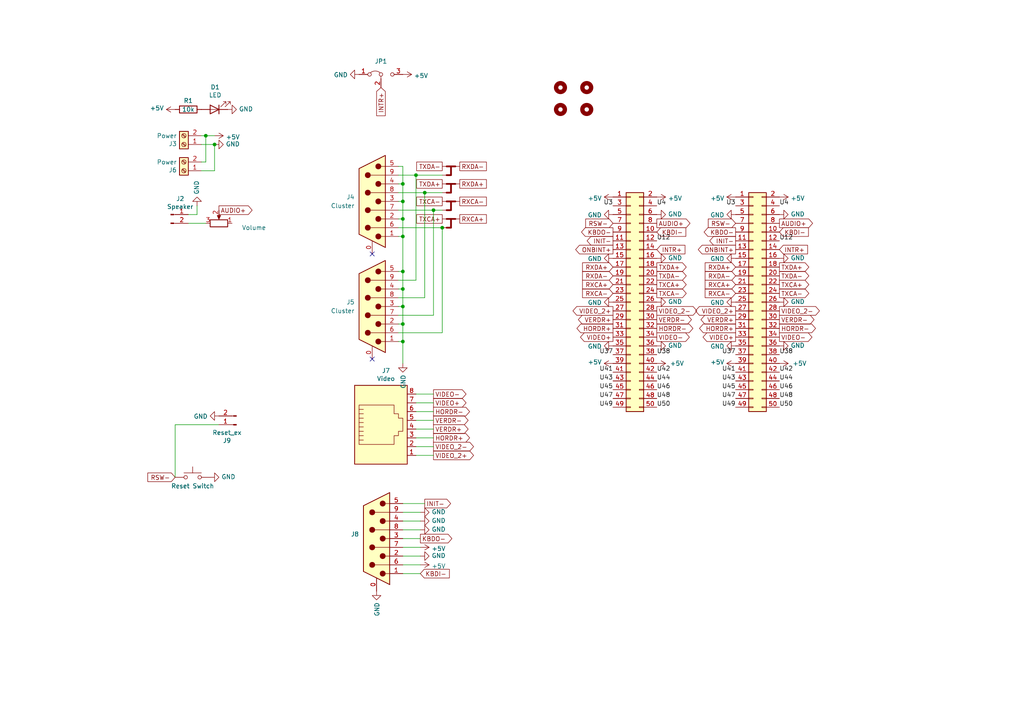
<source format=kicad_sch>
(kicad_sch (version 20231120) (generator "eeschema") (generator_version "8.0")
  (paper "A4")
  (lib_symbols
    (symbol "AWS_CPU_Interface_Board-rescue:+5V-power" (power) (pin_names (offset 0))
      (property "Value" "power_+5V" (at 0 3.556 0))
      (symbol "+5V-power_0_1"
        (polyline (pts (xy -0.762 1.27) (xy 0 2.54)))
        (polyline (pts (xy 0 0) (xy 0 2.54)))
        (polyline (pts (xy 0 2.54) (xy 0.762 1.27)))
      )
      (symbol "+5V-power_1_1"
        (pin power_in line (at 0 0 90) (length 0) hide (name "+5V") (number "1"))
      )
    )
    (symbol "AWS_CPU_Interface_Board-rescue:Conn_01x02_Male-Connector" (pin_names (offset 1.016) hide)
      (property "Reference" "J" (at 0 2.54 0))
      (property "Value" "Connector_Conn_01x02_Male" (at 0 -5.08 0))
      (symbol "Conn_01x02_Male-Connector_1_1"
        (polyline (pts (xy 1.27 -2.54) (xy 0.8636 -2.54)) (stroke (width 0.1524)))
        (polyline (pts (xy 1.27 0) (xy 0.8636 0)) (stroke (width 0.1524)))
        (rectangle (start 0.8636 -2.413) (end 0 -2.667) (stroke (width 0.1524)) (fill (type outline)))
        (rectangle (start 0.8636 0.127) (end 0 -0.127) (stroke (width 0.1524)) (fill (type outline)))
        (pin passive line (at 5.08 0 180) (length 3.81) (name "Pin_1") (number "1"))
        (pin passive line (at 5.08 -2.54 180) (length 3.81) (name "Pin_2") (number "2"))
      )
    )
    (symbol "AWS_CPU_Interface_Board-rescue:Conn_2Rows-50Pins-Connector_Generic_Custom" (pin_names (offset 1.016) hide)
      (property "Reference" "J" (at 1.27 33.02 0))
      (property "Value" "Conn_2Rows-50Pins-Connector_Generic_Custom" (at 1.27 -33.02 0))
      (symbol "Conn_2Rows-50Pins-Connector_Generic_Custom_1_1"
        (rectangle (start -1.27 -30.353) (end 0 -30.607) (stroke (width 0.1524)))
        (rectangle (start -1.27 -27.813) (end 0 -28.067) (stroke (width 0.1524)))
        (rectangle (start -1.27 -25.273) (end 0 -25.527) (stroke (width 0.1524)))
        (rectangle (start -1.27 -22.733) (end 0 -22.987) (stroke (width 0.1524)))
        (rectangle (start -1.27 -20.193) (end 0 -20.447) (stroke (width 0.1524)))
        (rectangle (start -1.27 -17.653) (end 0 -17.907) (stroke (width 0.1524)))
        (rectangle (start -1.27 -15.113) (end 0 -15.367) (stroke (width 0.1524)))
        (rectangle (start -1.27 -12.573) (end 0 -12.827) (stroke (width 0.1524)))
        (rectangle (start -1.27 -10.033) (end 0 -10.287) (stroke (width 0.1524)))
        (rectangle (start -1.27 -7.493) (end 0 -7.747) (stroke (width 0.1524)))
        (rectangle (start -1.27 -4.953) (end 0 -5.207) (stroke (width 0.1524)))
        (rectangle (start -1.27 -2.413) (end 0 -2.667) (stroke (width 0.1524)))
        (rectangle (start -1.27 0.127) (end 0 -0.127) (stroke (width 0.1524)))
        (rectangle (start -1.27 2.667) (end 0 2.413) (stroke (width 0.1524)))
        (rectangle (start -1.27 5.207) (end 0 4.953) (stroke (width 0.1524)))
        (rectangle (start -1.27 7.747) (end 0 7.493) (stroke (width 0.1524)))
        (rectangle (start -1.27 10.287) (end 0 10.033) (stroke (width 0.1524)))
        (rectangle (start -1.27 12.827) (end 0 12.573) (stroke (width 0.1524)))
        (rectangle (start -1.27 15.367) (end 0 15.113) (stroke (width 0.1524)))
        (rectangle (start -1.27 17.907) (end 0 17.653) (stroke (width 0.1524)))
        (rectangle (start -1.27 20.447) (end 0 20.193) (stroke (width 0.1524)))
        (rectangle (start -1.27 22.987) (end 0 22.733) (stroke (width 0.1524)))
        (rectangle (start -1.27 25.527) (end 0 25.273) (stroke (width 0.1524)))
        (rectangle (start -1.27 28.067) (end 0 27.813) (stroke (width 0.1524)))
        (rectangle (start -1.27 30.607) (end 0 30.353) (stroke (width 0.1524)))
        (rectangle (start -1.27 31.75) (end 3.81 -31.75) (stroke (width 0.254)) (fill (type background)))
        (rectangle (start 3.81 -30.353) (end 2.54 -30.607) (stroke (width 0.1524)))
        (rectangle (start 3.81 -27.813) (end 2.54 -28.067) (stroke (width 0.1524)))
        (rectangle (start 3.81 -25.273) (end 2.54 -25.527) (stroke (width 0.1524)))
        (rectangle (start 3.81 -22.733) (end 2.54 -22.987) (stroke (width 0.1524)))
        (rectangle (start 3.81 -20.193) (end 2.54 -20.447) (stroke (width 0.1524)))
        (rectangle (start 3.81 -17.653) (end 2.54 -17.907) (stroke (width 0.1524)))
        (rectangle (start 3.81 -15.113) (end 2.54 -15.367) (stroke (width 0.1524)))
        (rectangle (start 3.81 -12.573) (end 2.54 -12.827) (stroke (width 0.1524)))
        (rectangle (start 3.81 -10.033) (end 2.54 -10.287) (stroke (width 0.1524)))
        (rectangle (start 3.81 -7.493) (end 2.54 -7.747) (stroke (width 0.1524)))
        (rectangle (start 3.81 -4.953) (end 2.54 -5.207) (stroke (width 0.1524)))
        (rectangle (start 3.81 -2.413) (end 2.54 -2.667) (stroke (width 0.1524)))
        (rectangle (start 3.81 0.127) (end 2.54 -0.127) (stroke (width 0.1524)))
        (rectangle (start 3.81 2.667) (end 2.54 2.413) (stroke (width 0.1524)))
        (rectangle (start 3.81 5.207) (end 2.54 4.953) (stroke (width 0.1524)))
        (rectangle (start 3.81 7.747) (end 2.54 7.493) (stroke (width 0.1524)))
        (rectangle (start 3.81 10.287) (end 2.54 10.033) (stroke (width 0.1524)))
        (rectangle (start 3.81 12.827) (end 2.54 12.573) (stroke (width 0.1524)))
        (rectangle (start 3.81 15.367) (end 2.54 15.113) (stroke (width 0.1524)))
        (rectangle (start 3.81 17.907) (end 2.54 17.653) (stroke (width 0.1524)))
        (rectangle (start 3.81 20.447) (end 2.54 20.193) (stroke (width 0.1524)))
        (rectangle (start 3.81 22.987) (end 2.54 22.733) (stroke (width 0.1524)))
        (rectangle (start 3.81 25.527) (end 2.54 25.273) (stroke (width 0.1524)))
        (rectangle (start 3.81 28.067) (end 2.54 27.813) (stroke (width 0.1524)))
        (rectangle (start 3.81 30.607) (end 2.54 30.353) (stroke (width 0.1524)))
        (pin passive line (at -5.08 30.48 0) (length 3.81) (name "Pin_1") (number "1"))
        (pin passive line (at 7.62 20.32 180) (length 3.81) (name "Pin_10") (number "10"))
        (pin passive line (at -5.08 17.78 0) (length 3.81) (name "Pin_11") (number "11"))
        (pin passive line (at 7.62 17.78 180) (length 3.81) (name "Pin_12") (number "12"))
        (pin passive line (at -5.08 15.24 0) (length 3.81) (name "Pin_13") (number "13"))
        (pin passive line (at 7.62 15.24 180) (length 3.81) (name "Pin_14") (number "14"))
        (pin passive line (at -5.08 12.7 0) (length 3.81) (name "Pin_15") (number "15"))
        (pin passive line (at 7.62 12.7 180) (length 3.81) (name "Pin_16") (number "16"))
        (pin passive line (at -5.08 10.16 0) (length 3.81) (name "Pin_17") (number "17"))
        (pin passive line (at 7.62 10.16 180) (length 3.81) (name "Pin_18") (number "18"))
        (pin passive line (at -5.08 7.62 0) (length 3.81) (name "Pin_19") (number "19"))
        (pin passive line (at 7.62 30.48 180) (length 3.81) (name "Pin_2") (number "2"))
        (pin passive line (at 7.62 7.62 180) (length 3.81) (name "Pin_20") (number "20"))
        (pin passive line (at -5.08 5.08 0) (length 3.81) (name "Pin_21") (number "21"))
        (pin passive line (at 7.62 5.08 180) (length 3.81) (name "Pin_22") (number "22"))
        (pin passive line (at -5.08 2.54 0) (length 3.81) (name "Pin_23") (number "23"))
        (pin passive line (at 7.62 2.54 180) (length 3.81) (name "Pin_24") (number "24"))
        (pin passive line (at -5.08 0 0) (length 3.81) (name "Pin_25") (number "25"))
        (pin passive line (at 7.62 0 180) (length 3.81) (name "Pin_26") (number "26"))
        (pin passive line (at -5.08 -2.54 0) (length 3.81) (name "Pin_27") (number "27"))
        (pin passive line (at 7.62 -2.54 180) (length 3.81) (name "Pin_28") (number "28"))
        (pin passive line (at -5.08 -5.08 0) (length 3.81) (name "Pin_29") (number "29"))
        (pin passive line (at -5.08 27.94 0) (length 3.81) (name "Pin_3") (number "3"))
        (pin passive line (at 7.62 -5.08 180) (length 3.81) (name "Pin_30") (number "30"))
        (pin passive line (at -5.08 -7.62 0) (length 3.81) (name "Pin_31") (number "31"))
        (pin passive line (at 7.62 -7.62 180) (length 3.81) (name "Pin_32") (number "32"))
        (pin passive line (at -5.08 -10.16 0) (length 3.81) (name "Pin_33") (number "33"))
        (pin passive line (at 7.62 -10.16 180) (length 3.81) (name "Pin_34") (number "34"))
        (pin passive line (at -5.08 -12.7 0) (length 3.81) (name "Pin_35") (number "35"))
        (pin passive line (at 7.62 -12.7 180) (length 3.81) (name "Pin_36") (number "36"))
        (pin passive line (at -5.08 -15.24 0) (length 3.81) (name "Pin_37") (number "37"))
        (pin passive line (at 7.62 -15.24 180) (length 3.81) (name "Pin_38") (number "38"))
        (pin passive line (at -5.08 -17.78 0) (length 3.81) (name "Pin_39") (number "39"))
        (pin passive line (at 7.62 27.94 180) (length 3.81) (name "Pin_4") (number "4"))
        (pin passive line (at 7.62 -17.78 180) (length 3.81) (name "Pin_40") (number "40"))
        (pin passive line (at -5.08 -20.32 0) (length 3.81) (name "Pin_41") (number "41"))
        (pin passive line (at 7.62 -20.32 180) (length 3.81) (name "Pin_42") (number "42"))
        (pin passive line (at -5.08 -22.86 0) (length 3.81) (name "Pin_43") (number "43"))
        (pin passive line (at 7.62 -22.86 180) (length 3.81) (name "Pin_44") (number "44"))
        (pin passive line (at -5.08 -25.4 0) (length 3.81) (name "Pin_45") (number "45"))
        (pin passive line (at 7.62 -25.4 180) (length 3.81) (name "Pin_46") (number "46"))
        (pin passive line (at -5.08 -27.94 0) (length 3.81) (name "Pin_47") (number "47"))
        (pin passive line (at 7.62 -27.94 180) (length 3.81) (name "Pin_48") (number "48"))
        (pin passive line (at -5.08 -30.48 0) (length 3.81) (name "Pin_49") (number "49"))
        (pin passive line (at -5.08 25.4 0) (length 3.81) (name "Pin_5") (number "5"))
        (pin passive line (at 7.62 -30.48 180) (length 3.81) (name "Pin_50") (number "50"))
        (pin passive line (at 7.62 25.4 180) (length 3.81) (name "Pin_6") (number "6"))
        (pin passive line (at -5.08 22.86 0) (length 3.81) (name "Pin_7") (number "7"))
        (pin passive line (at 7.62 22.86 180) (length 3.81) (name "Pin_8") (number "8"))
        (pin passive line (at -5.08 20.32 0) (length 3.81) (name "Pin_9") (number "9"))
      )
    )
    (symbol "AWS_CPU_Interface_Board-rescue:GND-power" (power) (pin_names (offset 0))
      (property "Value" "power_GND" (at 0 -3.81 0))
      (symbol "GND-power_0_1"
        (polyline (pts (xy 0 0) (xy 0 -1.27) (xy 1.27 -1.27) (xy 0 -2.54) (xy -1.27 -1.27) (xy 0 -1.27)))
      )
      (symbol "GND-power_1_1"
        (pin power_in line (at 0 0 270) (length 0) hide (name "GND") (number "1"))
      )
    )
    (symbol "AWS_CPU_Interface_Board-rescue:Net-Tie_3-Device" (pin_numbers hide) (pin_names (offset 0) hide)
      (property "Reference" "NT" (at 0 1.27 0))
      (property "Value" "Device_Net-Tie_3" (at 0 -3.81 0))
      (symbol "Net-Tie_3-Device_0_1"
        (polyline (pts (xy -1.27 0) (xy 1.27 0)) (stroke (width 0.508)))
        (polyline (pts (xy 0 0) (xy 0 -2.54) (xy -1.27 -2.54)) (stroke (width 0.508)))
      )
      (symbol "Net-Tie_3-Device_1_1"
        (pin passive line (at -2.54 0 0) (length 2.54) (name "1") (number "1"))
        (pin passive line (at 2.54 0 180) (length 2.54) (name "2") (number "2"))
        (pin passive line (at -2.54 -2.54 0) (length 2.54) (name "3") (number "3"))
      )
    )
    (symbol "AWS_CPU_Interface_Board-rescue:R_POT-Device" (pin_names (offset 1.016) hide)
      (property "Reference" "RV" (at -4.445 0 90))
      (property "Value" "Device_R_POT" (at -2.54 0 90))
      (symbol "R_POT-Device_0_1"
        (polyline (pts (xy 2.54 0) (xy 1.524 0)))
        (polyline (pts (xy 1.143 0) (xy 2.286 0.508) (xy 2.286 -0.508) (xy 1.143 0)) (fill (type outline)))
        (rectangle (start 1.016 2.54) (end -1.016 -2.54) (stroke (width 0.254)))
      )
      (symbol "R_POT-Device_1_1"
        (pin passive line (at 0 3.81 270) (length 1.27) (name "1") (number "1"))
        (pin passive line (at 3.81 0 180) (length 1.27) (name "2") (number "2"))
        (pin passive line (at 0 -3.81 90) (length 1.27) (name "3") (number "3"))
      )
    )
    (symbol "Connector:DE9_Plug_MountingHoles" (pin_names (offset 1.016) hide)
      (property "Reference" "J" (at 0 16.51 0))
      (property "Value" "DE9_Plug_MountingHoles" (at 0 14.605 0))
      (symbol "DE9_Plug_MountingHoles_0_1"
        (circle (center -1.778 -10.16) (radius 0.762) (fill (type outline)))
        (circle (center -1.778 -5.08) (radius 0.762) (fill (type outline)))
        (circle (center -1.778 0) (radius 0.762) (fill (type outline)))
        (circle (center -1.778 5.08) (radius 0.762) (fill (type outline)))
        (circle (center -1.778 10.16) (radius 0.762) (fill (type outline)))
        (polyline (pts (xy -3.81 -10.16) (xy -2.54 -10.16)))
        (polyline (pts (xy -3.81 -7.62) (xy 0.508 -7.62)))
        (polyline (pts (xy -3.81 -5.08) (xy -2.54 -5.08)))
        (polyline (pts (xy -3.81 -2.54) (xy 0.508 -2.54)))
        (polyline (pts (xy -3.81 0) (xy -2.54 0)))
        (polyline (pts (xy -3.81 2.54) (xy 0.508 2.54)))
        (polyline (pts (xy -3.81 5.08) (xy -2.54 5.08)))
        (polyline (pts (xy -3.81 7.62) (xy 0.508 7.62)))
        (polyline (pts (xy -3.81 10.16) (xy -2.54 10.16)))
        (polyline (pts (xy -3.81 -13.335) (xy -3.81 13.335) (xy 3.81 9.525) (xy 3.81 -9.525) (xy -3.81 -13.335)) (stroke (width 0.254)) (fill (type background)))
        (circle (center 1.27 -7.62) (radius 0.762) (fill (type outline)))
        (circle (center 1.27 -2.54) (radius 0.762) (fill (type outline)))
        (circle (center 1.27 2.54) (radius 0.762) (fill (type outline)))
        (circle (center 1.27 7.62) (radius 0.762) (fill (type outline)))
      )
      (symbol "DE9_Plug_MountingHoles_1_1"
        (pin passive line (at 0 -15.24 90) (length 3.81) (name "PAD") (number "0"))
        (pin passive line (at -7.62 -10.16 0) (length 3.81) (name "1") (number "1"))
        (pin passive line (at -7.62 -5.08 0) (length 3.81) (name "2") (number "2"))
        (pin passive line (at -7.62 0 0) (length 3.81) (name "3") (number "3"))
        (pin passive line (at -7.62 5.08 0) (length 3.81) (name "4") (number "4"))
        (pin passive line (at -7.62 10.16 0) (length 3.81) (name "5") (number "5"))
        (pin passive line (at -7.62 -7.62 0) (length 3.81) (name "6") (number "6"))
        (pin passive line (at -7.62 -2.54 0) (length 3.81) (name "7") (number "7"))
        (pin passive line (at -7.62 2.54 0) (length 3.81) (name "8") (number "8"))
        (pin passive line (at -7.62 7.62 0) (length 3.81) (name "9") (number "9"))
      )
    )
    (symbol "Connector:RJ45" (pin_names (offset 1.016))
      (property "Reference" "J" (at -5.08 13.97 0))
      (property "Value" "RJ45" (at 2.54 13.97 0))
      (symbol "RJ45_0_1"
        (polyline (pts (xy -5.08 4.445) (xy -6.35 4.445)))
        (polyline (pts (xy -5.08 5.715) (xy -6.35 5.715)))
        (polyline (pts (xy -6.35 -3.175) (xy -5.08 -3.175) (xy -5.08 -3.175)))
        (polyline (pts (xy -6.35 -1.905) (xy -5.08 -1.905) (xy -5.08 -1.905)))
        (polyline (pts (xy -6.35 -0.635) (xy -5.08 -0.635) (xy -5.08 -0.635)))
        (polyline (pts (xy -6.35 0.635) (xy -5.08 0.635) (xy -5.08 0.635)))
        (polyline (pts (xy -6.35 1.905) (xy -5.08 1.905) (xy -5.08 1.905)))
        (polyline (pts (xy -5.08 3.175) (xy -6.35 3.175) (xy -6.35 3.175)))
        (polyline (pts (xy -6.35 -4.445) (xy -6.35 6.985) (xy 3.81 6.985) (xy 3.81 4.445) (xy 5.08 4.445) (xy 5.08 3.175) (xy 6.35 3.175) (xy 6.35 -0.635) (xy 5.08 -0.635) (xy 5.08 -1.905) (xy 3.81 -1.905) (xy 3.81 -4.445) (xy -6.35 -4.445) (xy -6.35 -4.445)))
        (rectangle (start 7.62 12.7) (end -7.62 -10.16) (stroke (width 0.254)) (fill (type background)))
      )
      (symbol "RJ45_1_1"
        (pin passive line (at 10.16 -7.62 180) (length 2.54) (name "~") (number "1"))
        (pin passive line (at 10.16 -5.08 180) (length 2.54) (name "~") (number "2"))
        (pin passive line (at 10.16 -2.54 180) (length 2.54) (name "~") (number "3"))
        (pin passive line (at 10.16 0 180) (length 2.54) (name "~") (number "4"))
        (pin passive line (at 10.16 2.54 180) (length 2.54) (name "~") (number "5"))
        (pin passive line (at 10.16 5.08 180) (length 2.54) (name "~") (number "6"))
        (pin passive line (at 10.16 7.62 180) (length 2.54) (name "~") (number "7"))
        (pin passive line (at 10.16 10.16 180) (length 2.54) (name "~") (number "8"))
      )
    )
    (symbol "Connector:Screw_Terminal_01x02" (pin_names (offset 1.016) hide)
      (property "Reference" "J" (at 0 2.54 0))
      (property "Value" "Screw_Terminal_01x02" (at 0 -5.08 0))
      (symbol "Screw_Terminal_01x02_1_1"
        (rectangle (start -1.27 1.27) (end 1.27 -3.81) (stroke (width 0.254)) (fill (type background)))
        (circle (center 0 -2.54) (radius 0.635) (stroke (width 0.1524)))
        (polyline (pts (xy -0.5334 -2.2098) (xy 0.3302 -3.048)) (stroke (width 0.1524)))
        (polyline (pts (xy -0.5334 0.3302) (xy 0.3302 -0.508)) (stroke (width 0.1524)))
        (polyline (pts (xy -0.3556 -2.032) (xy 0.508 -2.8702)) (stroke (width 0.1524)))
        (polyline (pts (xy -0.3556 0.508) (xy 0.508 -0.3302)) (stroke (width 0.1524)))
        (circle (center 0 0) (radius 0.635) (stroke (width 0.1524)))
        (pin passive line (at -5.08 0 0) (length 3.81) (name "Pin_1") (number "1"))
        (pin passive line (at -5.08 -2.54 0) (length 3.81) (name "Pin_2") (number "2"))
      )
    )
    (symbol "Device:LED" (pin_numbers hide) (pin_names (offset 1.016) hide)
      (property "Reference" "D" (at 0 2.54 0))
      (property "Value" "LED" (at 0 -2.54 0))
      (symbol "LED_0_1"
        (polyline (pts (xy -1.27 -1.27) (xy -1.27 1.27)) (stroke (width 0.254)))
        (polyline (pts (xy -1.27 0) (xy 1.27 0)))
        (polyline (pts (xy 1.27 -1.27) (xy 1.27 1.27) (xy -1.27 0) (xy 1.27 -1.27)) (stroke (width 0.254)))
        (polyline (pts (xy -3.048 -0.762) (xy -4.572 -2.286) (xy -3.81 -2.286) (xy -4.572 -2.286) (xy -4.572 -1.524)))
        (polyline (pts (xy -1.778 -0.762) (xy -3.302 -2.286) (xy -2.54 -2.286) (xy -3.302 -2.286) (xy -3.302 -1.524)))
      )
      (symbol "LED_1_1"
        (pin passive line (at -3.81 0 0) (length 2.54) (name "K") (number "1"))
        (pin passive line (at 3.81 0 180) (length 2.54) (name "A") (number "2"))
      )
    )
    (symbol "Device:R" (pin_numbers hide) (pin_names (offset 0))
      (property "Reference" "R" (at 2.032 0 90))
      (property "Value" "R" (at 0 0 90))
      (symbol "R_0_1"
        (rectangle (start -1.016 -2.54) (end 1.016 2.54) (stroke (width 0.254)))
      )
      (symbol "R_1_1"
        (pin passive line (at 0 3.81 270) (length 1.27) (name "~") (number "1"))
        (pin passive line (at 0 -3.81 90) (length 1.27) (name "~") (number "2"))
      )
    )
    (symbol "Jumper:Jumper_3_Bridged12" (pin_names (offset 0) hide) (exclude_from_sim yes) (in_bom no)
      (property "Reference" "JP" (at -2.54 -2.54 0))
      (property "Value" "Jumper_3_Bridged12" (at 0 2.794 0))
      (symbol "Jumper_3_Bridged12_0_0"
        (circle (center -3.302 0) (radius 0.508))
        (circle (center 0 0) (radius 0.508))
        (circle (center 3.302 0) (radius 0.508))
      )
      (symbol "Jumper_3_Bridged12_0_1"
        (arc (start -0.254 0.508) (mid -1.651 0.9912) (end -3.048 0.508))
        (polyline (pts (xy 0 -1.27) (xy 0 -0.508)))
      )
      (symbol "Jumper_3_Bridged12_1_1"
        (pin passive line (at -6.35 0 0) (length 2.54) (name "A") (number "1"))
        (pin passive line (at 0 -3.81 90) (length 2.54) (name "C") (number "2"))
        (pin passive line (at 6.35 0 180) (length 2.54) (name "B") (number "3"))
      )
    )
    (symbol "Mechanical:MountingHole" (pin_names (offset 1.016)) (exclude_from_sim yes) (in_bom no)
      (property "Reference" "H" (at 0 5.08 0))
      (property "Value" "MountingHole" (at 0 3.175 0))
      (symbol "MountingHole_0_1"
        (circle (center 0 0) (radius 1.27) (stroke (width 1.27)))
      )
    )
    (symbol "Switch:SW_Push" (pin_numbers hide) (pin_names (offset 1.016) hide)
      (property "Reference" "SW" (at 1.27 2.54 0))
      (property "Value" "SW_Push" (at 0 -1.524 0))
      (symbol "SW_Push_0_1"
        (circle (center -2.032 0) (radius 0.508))
        (polyline (pts (xy 0 1.27) (xy 0 3.048)))
        (polyline (pts (xy 2.54 1.27) (xy -2.54 1.27)))
        (circle (center 2.032 0) (radius 0.508))
        (pin passive line (at -5.08 0 0) (length 2.54) (name "1") (number "1"))
        (pin passive line (at 5.08 0 180) (length 2.54) (name "2") (number "2"))
      )
    )
  )
  (junction (at 116.84 53.34))
  (junction (at 123.19 55.88))
  (junction (at 116.84 63.5))
  (junction (at 116.84 83.82))
  (junction (at 62.23 41.91))
  (junction (at 120.65 50.8))
  (junction (at 116.84 78.74))
  (junction (at 116.84 88.9))
  (junction (at 116.84 58.42))
  (junction (at 128.27 66.04))
  (junction (at 116.84 99.06))
  (junction (at 59.69 39.37))
  (junction (at 116.84 93.98))
  (junction (at 125.73 60.96))
  (junction (at 116.84 68.58))
  (no_connect (at 107.95 104.14))
  (no_connect (at 107.95 73.66))
  (wire (pts (xy 120.65 50.8) (xy 128.27 50.8)))
  (wire (pts (xy 116.84 68.58) (xy 115.57 68.58)))
  (wire (pts (xy 116.84 68.58) (xy 116.84 78.74)))
  (wire (pts (xy 116.84 78.74) (xy 116.84 83.82)))
  (wire (pts (xy 116.84 58.42) (xy 116.84 63.5)))
  (wire (pts (xy 116.84 93.98) (xy 116.84 99.06)))
  (wire (pts (xy 59.69 39.37) (xy 62.23 39.37)))
  (wire (pts (xy 120.65 119.38) (xy 125.73 119.38)))
  (wire (pts (xy 115.57 48.26) (xy 116.84 48.26)))
  (wire (pts (xy 116.84 58.42) (xy 115.57 58.42)))
  (wire (pts (xy 116.84 88.9) (xy 115.57 88.9)))
  (wire (pts (xy 116.84 151.13) (xy 121.92 151.13)))
  (wire (pts (xy 120.65 124.46) (xy 125.73 124.46)))
  (wire (pts (xy 120.65 116.84) (xy 125.73 116.84)))
  (wire (pts (xy 115.57 96.52) (xy 128.27 96.52)))
  (wire (pts (xy 123.19 86.36) (xy 123.19 55.88)))
  (wire (pts (xy 57.15 62.23) (xy 57.15 59.69)))
  (wire (pts (xy 50.8 123.19) (xy 63.5 123.19)))
  (wire (pts (xy 116.84 99.06) (xy 116.84 105.41)))
  (wire (pts (xy 120.65 121.92) (xy 125.73 121.92)))
  (wire (pts (xy 116.84 153.67) (xy 121.92 153.67)))
  (wire (pts (xy 59.69 46.99) (xy 58.42 46.99)))
  (wire (pts (xy 116.84 83.82) (xy 115.57 83.82)))
  (wire (pts (xy 116.84 93.98) (xy 115.57 93.98)))
  (wire (pts (xy 116.84 99.06) (xy 115.57 99.06)))
  (wire (pts (xy 116.84 146.05) (xy 123.19 146.05)))
  (wire (pts (xy 115.57 55.88) (xy 123.19 55.88)))
  (wire (pts (xy 54.61 64.77) (xy 59.69 64.77)))
  (wire (pts (xy 123.19 55.88) (xy 128.27 55.88)))
  (wire (pts (xy 120.65 129.54) (xy 125.73 129.54)))
  (wire (pts (xy 116.84 53.34) (xy 116.84 58.42)))
  (wire (pts (xy 125.73 60.96) (xy 128.27 60.96)))
  (wire (pts (xy 115.57 66.04) (xy 128.27 66.04)))
  (wire (pts (xy 58.42 39.37) (xy 59.69 39.37)))
  (wire (pts (xy 116.84 156.21) (xy 121.92 156.21)))
  (wire (pts (xy 115.57 86.36) (xy 123.19 86.36)))
  (wire (pts (xy 120.65 127) (xy 125.73 127)))
  (wire (pts (xy 115.57 91.44) (xy 125.73 91.44)))
  (wire (pts (xy 116.84 161.29) (xy 121.92 161.29)))
  (wire (pts (xy 116.84 88.9) (xy 116.84 93.98)))
  (wire (pts (xy 125.73 91.44) (xy 125.73 60.96)))
  (wire (pts (xy 115.57 60.96) (xy 125.73 60.96)))
  (wire (pts (xy 116.84 63.5) (xy 115.57 63.5)))
  (wire (pts (xy 115.57 50.8) (xy 120.65 50.8)))
  (wire (pts (xy 120.65 132.08) (xy 125.73 132.08)))
  (wire (pts (xy 120.65 81.28) (xy 120.65 50.8)))
  (wire (pts (xy 59.69 39.37) (xy 59.69 46.99)))
  (wire (pts (xy 120.65 114.3) (xy 125.73 114.3)))
  (wire (pts (xy 62.23 41.91) (xy 62.23 49.53)))
  (wire (pts (xy 58.42 41.91) (xy 62.23 41.91)))
  (wire (pts (xy 116.84 53.34) (xy 115.57 53.34)))
  (wire (pts (xy 115.57 81.28) (xy 120.65 81.28)))
  (wire (pts (xy 116.84 63.5) (xy 116.84 68.58)))
  (wire (pts (xy 116.84 78.74) (xy 115.57 78.74)))
  (wire (pts (xy 116.84 48.26) (xy 116.84 53.34)))
  (wire (pts (xy 116.84 163.83) (xy 121.92 163.83)))
  (wire (pts (xy 116.84 83.82) (xy 116.84 88.9)))
  (wire (pts (xy 116.84 158.75) (xy 121.92 158.75)))
  (wire (pts (xy 54.61 62.23) (xy 57.15 62.23)))
  (wire (pts (xy 116.84 166.37) (xy 121.92 166.37)))
  (wire (pts (xy 62.23 49.53) (xy 58.42 49.53)))
  (wire (pts (xy 50.8 123.19) (xy 50.8 138.43)))
  (wire (pts (xy 116.84 148.59) (xy 121.92 148.59)))
  (wire (pts (xy 128.27 96.52) (xy 128.27 66.04)))
  (label "U38" (at 226.06 102.87 0))
  (label "U46" (at 226.06 113.03 0))
  (label "U45" (at 213.36 113.03 180))
  (label "U44" (at 226.06 110.49 0))
  (label "U48" (at 226.06 115.57 0))
  (label "U50" (at 190.5 118.11 0))
  (label "U12" (at 226.06 69.85 0))
  (label "U44" (at 190.5 110.49 0))
  (label "U3" (at 177.8 59.69 180))
  (label "U38" (at 190.5 102.87 0))
  (label "U3" (at 213.36 59.69 180))
  (label "U4" (at 226.06 59.69 0))
  (label "U45" (at 177.8 113.03 180))
  (label "U43" (at 177.8 110.49 180))
  (label "U12" (at 190.5 69.85 0))
  (label "U37" (at 177.8 102.87 180))
  (label "U50" (at 226.06 118.11 0))
  (label "U49" (at 177.8 118.11 180))
  (label "U41" (at 177.8 107.95 180))
  (label "U47" (at 177.8 115.57 180))
  (label "U48" (at 190.5 115.57 0))
  (label "U43" (at 213.36 110.49 180))
  (label "U49" (at 213.36 118.11 180))
  (label "U4" (at 190.5 59.69 0))
  (label "U42" (at 190.5 107.95 0))
  (label "U37" (at 213.36 102.87 180))
  (label "U41" (at 213.36 107.95 180))
  (label "U47" (at 213.36 115.57 180))
  (label "U46" (at 190.5 113.03 0))
  (label "U42" (at 226.06 107.95 0))
  (global_label "VIDEO_2+" (shape output) (at 213.36 90.17 180) (property "Intersheetrefs" "${INTERSHEET_REFS}" (effects (hide yes))))
  (global_label "HORDR+" (shape output) (at 213.36 95.25 180) (property "Intersheetrefs" "${INTERSHEET_REFS}" (effects (hide yes))))
  (global_label "VIDEO_2-" (shape output) (at 190.5 90.17 0) (property "Intersheetrefs" "${INTERSHEET_REFS}" (effects (hide yes))))
  (global_label "TXCA-" (shape output) (at 190.5 85.09 0) (property "Intersheetrefs" "${INTERSHEET_REFS}" (effects (hide yes))))
  (global_label "VERDR-" (shape output) (at 190.5 92.71 0) (property "Intersheetrefs" "${INTERSHEET_REFS}" (effects (hide yes))))
  (global_label "VIDEO_2-" (shape output) (at 226.06 90.17 0) (property "Intersheetrefs" "${INTERSHEET_REFS}" (effects (hide yes))))
  (global_label "VERDR+" (shape output) (at 213.36 92.71 180) (property "Intersheetrefs" "${INTERSHEET_REFS}" (effects (hide yes))))
  (global_label "KBDI-" (shape input) (at 190.5 67.31 0) (property "Intersheetrefs" "${INTERSHEET_REFS}" (effects (hide yes))))
  (global_label "VERDR+" (shape output) (at 177.8 92.71 180) (property "Intersheetrefs" "${INTERSHEET_REFS}" (effects (hide yes))))
  (global_label "VIDEO+" (shape output) (at 177.8 97.79 180) (property "Intersheetrefs" "${INTERSHEET_REFS}" (effects (hide yes))))
  (global_label "HORDR+" (shape output) (at 177.8 95.25 180) (property "Intersheetrefs" "${INTERSHEET_REFS}" (effects (hide yes))))
  (global_label "INIT-" (shape output) (at 123.19 146.05 0) (property "Intersheetrefs" "${INTERSHEET_REFS}" (effects (hide yes))))
  (global_label "ONBINT+" (shape output) (at 177.8 72.39 180) (property "Intersheetrefs" "${INTERSHEET_REFS}" (effects (hide yes))))
  (global_label "RXDA+" (shape passive) (at 133.35 53.34 0) (property "Intersheetrefs" "${INTERSHEET_REFS}" (effects (hide yes))))
  (global_label "TXDA-" (shape output) (at 226.06 80.01 0) (property "Intersheetrefs" "${INTERSHEET_REFS}" (effects (hide yes))))
  (global_label "HORDR-" (shape output) (at 125.73 119.38 0) (property "Intersheetrefs" "${INTERSHEET_REFS}" (effects (hide yes))))
  (global_label "RXDA-" (shape input) (at 177.8 80.01 180) (property "Intersheetrefs" "${INTERSHEET_REFS}" (effects (hide yes))))
  (global_label "VERDR-" (shape output) (at 125.73 121.92 0) (property "Intersheetrefs" "${INTERSHEET_REFS}" (effects (hide yes))))
  (global_label "TXCA+" (shape output) (at 226.06 82.55 0) (property "Intersheetrefs" "${INTERSHEET_REFS}" (effects (hide yes))))
  (global_label "VERDR-" (shape output) (at 226.06 92.71 0) (property "Intersheetrefs" "${INTERSHEET_REFS}" (effects (hide yes))))
  (global_label "TXDA-" (shape output) (at 190.5 80.01 0) (property "Intersheetrefs" "${INTERSHEET_REFS}" (effects (hide yes))))
  (global_label "RSW-" (shape input) (at 50.8 138.43 180) (property "Intersheetrefs" "${INTERSHEET_REFS}" (effects (hide yes))))
  (global_label "KBDO-" (shape output) (at 213.36 67.31 180) (property "Intersheetrefs" "${INTERSHEET_REFS}" (effects (hide yes))))
  (global_label "INTR+" (shape input) (at 190.5 72.39 0) (property "Intersheetrefs" "${INTERSHEET_REFS}" (effects (hide yes))))
  (global_label "RXCA+" (shape passive) (at 133.35 63.5 0) (property "Intersheetrefs" "${INTERSHEET_REFS}" (effects (hide yes))))
  (global_label "TXDA+" (shape output) (at 226.06 77.47 0) (property "Intersheetrefs" "${INTERSHEET_REFS}" (effects (hide yes))))
  (global_label "RXDA-" (shape input) (at 213.36 80.01 180) (property "Intersheetrefs" "${INTERSHEET_REFS}" (effects (hide yes))))
  (global_label "AUDIO+" (shape output) (at 226.06 64.77 0) (property "Intersheetrefs" "${INTERSHEET_REFS}" (effects (hide yes))))
  (global_label "RXDA+" (shape input) (at 177.8 77.47 180) (property "Intersheetrefs" "${INTERSHEET_REFS}" (effects (hide yes))))
  (global_label "RSW-" (shape input) (at 213.36 64.77 180) (property "Intersheetrefs" "${INTERSHEET_REFS}" (effects (hide yes))))
  (global_label "TXCA-" (shape passive) (at 128.27 58.42 180) (property "Intersheetrefs" "${INTERSHEET_REFS}" (effects (hide yes))))
  (global_label "TXDA+" (shape output) (at 190.5 77.47 0) (property "Intersheetrefs" "${INTERSHEET_REFS}" (effects (hide yes))))
  (global_label "VIDEO+" (shape output) (at 213.36 97.79 180) (property "Intersheetrefs" "${INTERSHEET_REFS}" (effects (hide yes))))
  (global_label "INTR+" (shape input) (at 110.49 25.4 270) (property "Intersheetrefs" "${INTERSHEET_REFS}" (effects (hide yes))))
  (global_label "TXDA+" (shape passive) (at 128.27 53.34 180) (property "Intersheetrefs" "${INTERSHEET_REFS}" (effects (hide yes))))
  (global_label "VIDEO_2+" (shape output) (at 125.73 132.08 0) (property "Intersheetrefs" "${INTERSHEET_REFS}" (effects (hide yes))))
  (global_label "TXCA+" (shape output) (at 190.5 82.55 0) (property "Intersheetrefs" "${INTERSHEET_REFS}" (effects (hide yes))))
  (global_label "RXDA+" (shape input) (at 213.36 77.47 180) (property "Intersheetrefs" "${INTERSHEET_REFS}" (effects (hide yes))))
  (global_label "RXCA-" (shape input) (at 213.36 85.09 180) (property "Intersheetrefs" "${INTERSHEET_REFS}" (effects (hide yes))))
  (global_label "RXDA-" (shape passive) (at 133.35 48.26 0) (property "Intersheetrefs" "${INTERSHEET_REFS}" (effects (hide yes))))
  (global_label "ONBINT+" (shape output) (at 213.36 72.39 180) (property "Intersheetrefs" "${INTERSHEET_REFS}" (effects (hide yes))))
  (global_label "VIDEO-" (shape output) (at 125.73 114.3 0) (property "Intersheetrefs" "${INTERSHEET_REFS}" (effects (hide yes))))
  (global_label "INIT-" (shape output) (at 177.8 69.85 180) (property "Intersheetrefs" "${INTERSHEET_REFS}" (effects (hide yes))))
  (global_label "RXCA+" (shape input) (at 213.36 82.55 180) (property "Intersheetrefs" "${INTERSHEET_REFS}" (effects (hide yes))))
  (global_label "TXCA-" (shape output) (at 226.06 85.09 0) (property "Intersheetrefs" "${INTERSHEET_REFS}" (effects (hide yes))))
  (global_label "VERDR+" (shape output) (at 125.73 124.46 0) (property "Intersheetrefs" "${INTERSHEET_REFS}" (effects (hide yes))))
  (global_label "HORDR-" (shape output) (at 190.5 95.25 0) (property "Intersheetrefs" "${INTERSHEET_REFS}" (effects (hide yes))))
  (global_label "TXCA+" (shape passive) (at 128.27 63.5 180) (property "Intersheetrefs" "${INTERSHEET_REFS}" (effects (hide yes))))
  (global_label "AUDIO+" (shape output) (at 190.5 64.77 0) (property "Intersheetrefs" "${INTERSHEET_REFS}" (effects (hide yes))))
  (global_label "VIDEO+" (shape output) (at 125.73 116.84 0) (property "Intersheetrefs" "${INTERSHEET_REFS}" (effects (hide yes))))
  (global_label "VIDEO-" (shape output) (at 190.5 97.79 0) (property "Intersheetrefs" "${INTERSHEET_REFS}" (effects (hide yes))))
  (global_label "INTR+" (shape input) (at 226.06 72.39 0) (property "Intersheetrefs" "${INTERSHEET_REFS}" (effects (hide yes))))
  (global_label "VIDEO_2+" (shape output) (at 177.8 90.17 180) (property "Intersheetrefs" "${INTERSHEET_REFS}" (effects (hide yes))))
  (global_label "TXDA-" (shape passive) (at 128.27 48.26 180) (property "Intersheetrefs" "${INTERSHEET_REFS}" (effects (hide yes))))
  (global_label "RXCA-" (shape input) (at 177.8 85.09 180) (property "Intersheetrefs" "${INTERSHEET_REFS}" (effects (hide yes))))
  (global_label "AUDIO+" (shape output) (at 63.5 60.96 0) (property "Intersheetrefs" "${INTERSHEET_REFS}" (effects (hide yes))))
  (global_label "HORDR+" (shape output) (at 125.73 127 0) (property "Intersheetrefs" "${INTERSHEET_REFS}" (effects (hide yes))))
  (global_label "HORDR-" (shape output) (at 226.06 95.25 0) (property "Intersheetrefs" "${INTERSHEET_REFS}" (effects (hide yes))))
  (global_label "KBDO-" (shape output) (at 121.92 156.21 0) (property "Intersheetrefs" "${INTERSHEET_REFS}" (effects (hide yes))))
  (global_label "VIDEO-" (shape output) (at 226.06 97.79 0) (property "Intersheetrefs" "${INTERSHEET_REFS}" (effects (hide yes))))
  (global_label "KBDI-" (shape input) (at 121.92 166.37 0) (property "Intersheetrefs" "${INTERSHEET_REFS}" (effects (hide yes))))
  (global_label "INIT-" (shape output) (at 213.36 69.85 180) (property "Intersheetrefs" "${INTERSHEET_REFS}" (effects (hide yes))))
  (global_label "VIDEO_2-" (shape output) (at 125.73 129.54 0) (property "Intersheetrefs" "${INTERSHEET_REFS}" (effects (hide yes))))
  (global_label "RSW-" (shape input) (at 177.8 64.77 180) (property "Intersheetrefs" "${INTERSHEET_REFS}" (effects (hide yes))))
  (global_label "KBDO-" (shape output) (at 177.8 67.31 180) (property "Intersheetrefs" "${INTERSHEET_REFS}" (effects (hide yes))))
  (global_label "RXCA+" (shape input) (at 177.8 82.55 180) (property "Intersheetrefs" "${INTERSHEET_REFS}" (effects (hide yes))))
  (global_label "RXCA-" (shape passive) (at 133.35 58.42 0) (property "Intersheetrefs" "${INTERSHEET_REFS}" (effects (hide yes))))
  (global_label "KBDI-" (shape input) (at 226.06 67.31 0) (property "Intersheetrefs" "${INTERSHEET_REFS}" (effects (hide yes))))
  (symbol (lib_id "AWS_CPU_Interface_Board-rescue:Conn_2Rows-50Pins-Connector_Generic_Custom") (at 218.44 87.63 0) (unit 1)
    (property "Reference" "J1" (effects (hide yes)))
    (property "Value" "Conn_2Rows-50Pins" (effects (hide yes)))
    (property "Footprint" "Connector_PinHeader_2.54mm_Custom:PinHeader_2x25_P2.54mm_Horizontal" (effects (hide yes)))
  )
  (symbol (lib_id "AWS_CPU_Interface_Board-rescue:R_POT-Device") (at 63.5 64.77 270) (mirror x) (unit 1)
    (property "Reference" "RV1" (effects (hide yes)))
    (property "Value" "Volume" (at 73.66 66.04 90))
    (property "Footprint" "Potentiometer_THT:Potentiometer_Bourns_PTV09A-1_Single_Vertical" (effects (hide yes)))
  )
  (symbol (lib_id "AWS_CPU_Interface_Board-rescue:+5V-power") (at 213.36 57.15 90) (mirror x) (unit 1)
    (property "Reference" "#PWR0116" (effects (hide yes)))
    (property "Value" "+5V" (at 210.1088 57.531 90) (effects (justify left)))
  )
  (symbol (lib_id "AWS_CPU_Interface_Board-rescue:+5V-power") (at 226.06 57.15 270) (unit 1)
    (property "Reference" "#PWR0115" (effects (hide yes)))
    (property "Value" "+5V" (at 229.3112 57.531 90) (effects (justify left)))
  )
  (symbol (lib_id "AWS_CPU_Interface_Board-rescue:GND-power") (at 226.06 62.23 90) (unit 1)
    (property "Reference" "#PWR0101" (effects (hide yes)))
    (property "Value" "GND" (at 229.3112 62.103 90) (effects (justify right)))
  )
  (symbol (lib_id "AWS_CPU_Interface_Board-rescue:GND-power") (at 213.36 62.23 270) (unit 1)
    (property "Reference" "#PWR0103" (effects (hide yes)))
    (property "Value" "GND" (at 210.1088 62.357 90) (effects (justify right)))
  )
  (symbol (lib_id "AWS_CPU_Interface_Board-rescue:GND-power") (at 226.06 74.93 90) (unit 1)
    (property "Reference" "#PWR0102" (effects (hide yes)))
    (property "Value" "GND" (at 229.3112 74.803 90) (effects (justify right)))
  )
  (symbol (lib_id "AWS_CPU_Interface_Board-rescue:GND-power") (at 213.36 74.93 270) (unit 1)
    (property "Reference" "#PWR0104" (effects (hide yes)))
    (property "Value" "GND" (at 210.1088 75.057 90) (effects (justify right)))
  )
  (symbol (lib_id "AWS_CPU_Interface_Board-rescue:GND-power") (at 226.06 87.63 90) (unit 1)
    (property "Reference" "#PWR0105" (effects (hide yes)))
    (property "Value" "GND" (at 229.3112 87.503 90) (effects (justify right)))
  )
  (symbol (lib_id "AWS_CPU_Interface_Board-rescue:GND-power") (at 213.36 87.63 270) (unit 1)
    (property "Reference" "#PWR0106" (effects (hide yes)))
    (property "Value" "GND" (at 210.1088 87.757 90) (effects (justify right)))
  )
  (symbol (lib_id "AWS_CPU_Interface_Board-rescue:GND-power") (at 226.06 100.33 90) (unit 1)
    (property "Reference" "#PWR0107" (effects (hide yes)))
    (property "Value" "GND" (at 229.3112 100.203 90) (effects (justify right)))
  )
  (symbol (lib_id "AWS_CPU_Interface_Board-rescue:GND-power") (at 213.36 100.33 270) (unit 1)
    (property "Reference" "#PWR0108" (effects (hide yes)))
    (property "Value" "GND" (at 210.1088 100.457 90) (effects (justify right)))
  )
  (symbol (lib_id "AWS_CPU_Interface_Board-rescue:+5V-power") (at 226.06 105.41 270) (unit 1)
    (property "Reference" "#PWR0109" (effects (hide yes)))
    (property "Value" "+5V" (at 229.87 105.41 90) (effects (justify left)))
  )
  (symbol (lib_id "AWS_CPU_Interface_Board-rescue:+5V-power") (at 213.36 105.41 90) (unit 1)
    (property "Reference" "#PWR0110" (effects (hide yes)))
    (property "Value" "+5V" (at 210.1088 105.029 90) (effects (justify left)))
  )
  (symbol (lib_id "AWS_CPU_Interface_Board-rescue:GND-power") (at 190.5 62.23 90) (unit 1)
    (property "Reference" "#PWR0128" (effects (hide yes)))
    (property "Value" "GND" (at 193.7512 62.103 90) (effects (justify right)))
  )
  (symbol (lib_id "AWS_CPU_Interface_Board-rescue:Conn_2Rows-50Pins-Connector_Generic_Custom") (at 182.88 87.63 0) (unit 1)
    (property "Reference" "J10" (effects (hide yes)))
    (property "Value" "Conn_2Rows-50Pins" (effects (hide yes)))
    (property "Footprint" "Connector_PinHeader_2.54mm:PinHeader_2x25_P2.54mm_Vertical" (effects (hide yes)))
  )
  (symbol (lib_id "AWS_CPU_Interface_Board-rescue:GND-power") (at 190.5 74.93 90) (unit 1)
    (property "Reference" "#PWR0129" (effects (hide yes)))
    (property "Value" "GND" (at 193.7512 74.803 90) (effects (justify right)))
  )
  (symbol (lib_id "AWS_CPU_Interface_Board-rescue:GND-power") (at 177.8 62.23 270) (unit 1)
    (property "Reference" "#PWR0130" (effects (hide yes)))
    (property "Value" "GND" (at 174.5488 62.357 90) (effects (justify right)))
  )
  (symbol (lib_id "AWS_CPU_Interface_Board-rescue:GND-power") (at 177.8 74.93 270) (unit 1)
    (property "Reference" "#PWR0131" (effects (hide yes)))
    (property "Value" "GND" (at 174.5488 75.057 90) (effects (justify right)))
  )
  (symbol (lib_id "AWS_CPU_Interface_Board-rescue:GND-power") (at 190.5 87.63 90) (unit 1)
    (property "Reference" "#PWR0132" (effects (hide yes)))
    (property "Value" "GND" (at 193.7512 87.503 90) (effects (justify right)))
  )
  (symbol (lib_id "AWS_CPU_Interface_Board-rescue:GND-power") (at 177.8 87.63 270) (unit 1)
    (property "Reference" "#PWR0133" (effects (hide yes)))
    (property "Value" "GND" (at 174.5488 87.757 90) (effects (justify right)))
  )
  (symbol (lib_id "AWS_CPU_Interface_Board-rescue:GND-power") (at 190.5 100.33 90) (unit 1)
    (property "Reference" "#PWR0134" (effects (hide yes)))
    (property "Value" "GND" (at 193.7512 100.203 90) (effects (justify right)))
  )
  (symbol (lib_id "AWS_CPU_Interface_Board-rescue:GND-power") (at 177.8 100.33 270) (unit 1)
    (property "Reference" "#PWR0135" (effects (hide yes)))
    (property "Value" "GND" (at 174.5488 100.457 90) (effects (justify right)))
  )
  (symbol (lib_id "AWS_CPU_Interface_Board-rescue:+5V-power") (at 190.5 105.41 270) (unit 1)
    (property "Reference" "#PWR0136" (effects (hide yes)))
    (property "Value" "+5V" (at 194.31 105.41 90) (effects (justify left)))
  )
  (symbol (lib_id "AWS_CPU_Interface_Board-rescue:+5V-power") (at 177.8 105.41 90) (unit 1)
    (property "Reference" "#PWR0137" (effects (hide yes)))
    (property "Value" "+5V" (at 174.5488 105.029 90) (effects (justify left)))
  )
  (symbol (lib_id "AWS_CPU_Interface_Board-rescue:+5V-power") (at 190.5 57.15 270) (unit 1)
    (property "Reference" "#PWR0138" (effects (hide yes)))
    (property "Value" "+5V" (at 193.7512 57.531 90) (effects (justify left)))
  )
  (symbol (lib_id "AWS_CPU_Interface_Board-rescue:+5V-power") (at 177.8 57.15 90) (mirror x) (unit 1)
    (property "Reference" "#PWR0139" (effects (hide yes)))
    (property "Value" "+5V" (at 174.5488 57.531 90) (effects (justify left)))
  )
  (symbol (lib_id "AWS_CPU_Interface_Board-rescue:GND-power") (at 116.84 105.41 0) (unit 1)
    (property "Reference" "#PWR0140" (effects (hide yes)))
    (property "Value" "GND" (at 116.967 108.6612 90) (effects (justify right)))
  )
  (symbol (lib_id "Connector:Screw_Terminal_01x02") (at 53.34 41.91 180) (unit 1)
    (property "Reference" "J3" (at 51.308 41.7068 0) (effects (justify left)))
    (property "Value" "Power" (at 51.308 39.3954 0) (effects (justify left)))
    (property "Footprint" "TerminalBlock_MetzConnect:TerminalBlock_MetzConnect_Type171_RT13702HBWC_1x02_P7.50mm_Horizontal" (effects (hide yes)))
  )
  (symbol (lib_id "AWS_CPU_Interface_Board-rescue:Net-Tie_3-Device") (at 130.81 48.26 0) (unit 1)
    (property "Reference" "NT1" (effects (hide yes)))
    (property "Value" "Net-Tie_3" (effects (hide yes)))
    (property "Footprint" "NetTie:NetTie-3_SMD_Pad0.5mm" (effects (hide yes)))
  )
  (symbol (lib_id "AWS_CPU_Interface_Board-rescue:+5V-power") (at 62.23 39.37 270) (unit 1)
    (property "Reference" "#PWR0111" (effects (hide yes)))
    (property "Value" "+5V" (at 65.4812 39.751 90) (effects (justify left)))
  )
  (symbol (lib_id "AWS_CPU_Interface_Board-rescue:GND-power") (at 62.23 41.91 90) (unit 1)
    (property "Reference" "#PWR0112" (effects (hide yes)))
    (property "Value" "GND" (at 65.4812 41.783 90) (effects (justify right)))
  )
  (symbol (lib_id "AWS_CPU_Interface_Board-rescue:Net-Tie_3-Device") (at 130.81 53.34 0) (unit 1)
    (property "Reference" "NT2" (effects (hide yes)))
    (property "Value" "Net-Tie_3" (effects (hide yes)))
    (property "Footprint" "NetTie:NetTie-3_SMD_Pad0.5mm" (effects (hide yes)))
  )
  (symbol (lib_id "AWS_CPU_Interface_Board-rescue:Conn_01x02_Male-Connector") (at 49.53 62.23 0) (unit 1)
    (property "Reference" "J2" (at 52.2732 57.6326 0))
    (property "Value" "Speaker" (at 52.2732 59.944 0))
    (property "Footprint" "Connector_PinHeader_2.54mm:PinHeader_1x02_P2.54mm_Vertical" (effects (hide yes)))
  )
  (symbol (lib_id "AWS_CPU_Interface_Board-rescue:Net-Tie_3-Device") (at 130.81 58.42 0) (unit 1)
    (property "Reference" "NT3" (effects (hide yes)))
    (property "Value" "Net-Tie_3" (effects (hide yes)))
    (property "Footprint" "NetTie:NetTie-3_SMD_Pad0.5mm" (effects (hide yes)))
  )
  (symbol (lib_id "AWS_CPU_Interface_Board-rescue:Net-Tie_3-Device") (at 130.81 63.5 0) (unit 1)
    (property "Reference" "NT4" (effects (hide yes)))
    (property "Value" "Net-Tie_3" (effects (hide yes)))
    (property "Footprint" "NetTie:NetTie-3_SMD_Pad0.5mm" (effects (hide yes)))
  )
  (symbol (lib_id "AWS_CPU_Interface_Board-rescue:GND-power") (at 57.15 59.69 180) (unit 1)
    (property "Reference" "#PWR0113" (effects (hide yes)))
    (property "Value" "GND" (at 57.023 56.4388 90) (effects (justify right)))
  )
  (symbol (lib_id "Connector:Screw_Terminal_01x02") (at 53.34 49.53 180) (unit 1)
    (property "Reference" "J6" (at 51.308 49.3268 0) (effects (justify left)))
    (property "Value" "Power" (at 51.308 47.0154 0) (effects (justify left)))
    (property "Footprint" "TerminalBlock_MetzConnect:TerminalBlock_MetzConnect_Type171_RT13702HBWC_1x02_P7.50mm_Horizontal" (effects (hide yes)))
  )
  (symbol (lib_id "Device:LED") (at 62.23 31.75 180) (unit 1)
    (property "Reference" "D1" (at 62.4078 25.273 0))
    (property "Value" "LED" (at 62.4078 27.5844 0))
    (property "Footprint" "LED_THT:LED_D3.0mm" (effects (hide yes)))
  )
  (symbol (lib_id "Device:R") (at 54.61 31.75 90) (unit 1)
    (property "Reference" "R1" (at 54.61 29.21 90))
    (property "Value" "10k" (at 54.61 31.75 90))
    (property "Footprint" "Resistor_THT:R_Axial_DIN0204_L3.6mm_D1.6mm_P7.62mm_Horizontal" (effects (hide yes)))
  )
  (symbol (lib_id "AWS_CPU_Interface_Board-rescue:GND-power") (at 104.14 21.59 270) (unit 1)
    (property "Reference" "#PWR0114" (effects (hide yes)))
    (property "Value" "GND" (at 100.8888 21.717 90) (effects (justify right)))
  )
  (symbol (lib_id "AWS_CPU_Interface_Board-rescue:GND-power") (at 66.04 31.75 90) (unit 1)
    (property "Reference" "#PWR0117" (effects (hide yes)))
    (property "Value" "GND" (at 69.2912 31.623 90) (effects (justify right)))
  )
  (symbol (lib_id "AWS_CPU_Interface_Board-rescue:+5V-power") (at 50.8 31.75 90) (unit 1)
    (property "Reference" "#PWR0118" (effects (hide yes)))
    (property "Value" "+5V" (at 47.5488 31.369 90) (effects (justify left)))
  )
  (symbol (lib_id "Connector:RJ45") (at 110.49 124.46 0) (unit 1)
    (property "Reference" "J7" (at 111.9378 107.5182 0))
    (property "Value" "Video" (at 111.9378 109.8296 0))
    (property "Footprint" "aliexpress:RJ45_aliexpress" (effects (hide yes)))
  )
  (symbol (lib_id "Switch:SW_Push") (at 55.88 138.43 0) (unit 1)
    (property "Reference" "SW1" (effects (hide yes)))
    (property "Value" "Reset Switch" (at 55.88 140.97 0))
    (property "Footprint" "Button_Switch_THT:SW_PUSH-12mm" (effects (hide yes)))
  )
  (symbol (lib_id "AWS_CPU_Interface_Board-rescue:GND-power") (at 121.92 161.29 90) (unit 1)
    (property "Reference" "#PWR0121" (effects (hide yes)))
    (property "Value" "GND" (at 125.1712 161.163 90) (effects (justify right)))
  )
  (symbol (lib_id "AWS_CPU_Interface_Board-rescue:+5V-power") (at 121.92 158.75 270) (unit 1)
    (property "Reference" "#PWR0123" (effects (hide yes)))
    (property "Value" "+5V" (at 125.1712 159.131 90) (effects (justify left)))
  )
  (symbol (lib_id "AWS_CPU_Interface_Board-rescue:GND-power") (at 60.96 138.43 90) (unit 1)
    (property "Reference" "#PWR0126" (effects (hide yes)))
    (property "Value" "GND" (at 64.2112 138.303 90) (effects (justify right)))
  )
  (symbol (lib_id "Mechanical:MountingHole") (at 162.56 25.4 0) (unit 1)
    (property "Reference" "H1" (effects (hide yes)))
    (property "Value" "MountingHole" (effects (hide yes)))
    (property "Footprint" "MountingHole:MountingHole_4mm" (effects (hide yes)))
  )
  (symbol (lib_id "Mechanical:MountingHole") (at 162.56 31.75 0) (unit 1)
    (property "Reference" "H2" (effects (hide yes)))
    (property "Value" "MountingHole" (effects (hide yes)))
    (property "Footprint" "MountingHole:MountingHole_4mm" (effects (hide yes)))
  )
  (symbol (lib_id "Mechanical:MountingHole") (at 170.18 31.75 0) (unit 1)
    (property "Reference" "H4" (effects (hide yes)))
    (property "Value" "MountingHole" (effects (hide yes)))
    (property "Footprint" "MountingHole:MountingHole_4mm" (effects (hide yes)))
  )
  (symbol (lib_id "Mechanical:MountingHole") (at 170.18 25.4 0) (unit 1)
    (property "Reference" "H3" (effects (hide yes)))
    (property "Value" "MountingHole" (effects (hide yes)))
    (property "Footprint" "MountingHole:MountingHole_4mm" (effects (hide yes)))
  )
  (symbol (lib_id "AWS_CPU_Interface_Board-rescue:Conn_01x02_Male-Connector") (at 68.58 123.19 180) (unit 1)
    (property "Reference" "J9" (at 65.8368 127.7874 0))
    (property "Value" "Reset_ex" (at 65.8368 125.476 0))
    (property "Footprint" "Connector_PinHeader_2.54mm:PinHeader_1x02_P2.54mm_Vertical" (effects (hide yes)))
  )
  (symbol (lib_id "AWS_CPU_Interface_Board-rescue:GND-power") (at 63.5 120.65 270) (unit 1)
    (property "Reference" "#PWR0127" (effects (hide yes)))
    (property "Value" "GND" (at 60.2488 120.777 90) (effects (justify right)))
  )
  (symbol (lib_id "AWS_CPU_Interface_Board-rescue:GND-power") (at 121.92 148.59 90) (unit 1)
    (property "Reference" "#PWR02" (effects (hide yes)))
    (property "Value" "GND" (at 125.1712 148.463 90) (effects (justify right)))
  )
  (symbol (lib_id "AWS_CPU_Interface_Board-rescue:GND-power") (at 121.92 151.13 90) (unit 1)
    (property "Reference" "#PWR03" (effects (hide yes)))
    (property "Value" "GND" (at 125.1712 151.003 90) (effects (justify right)))
  )
  (symbol (lib_id "Jumper:Jumper_3_Bridged12") (at 110.49 21.59 0) (unit 1) (exclude_from_sim yes) (in_bom no)
    (property "Reference" "JP1" (at 110.49 17.78 0))
    (property "Value" "Jumper_3_Bridged12" (effects (hide yes)))
    (property "Footprint" "Connector_PinHeader_2.54mm:PinHeader_1x03_P2.54mm_Vertical" (effects (hide yes)))
    (property "Description" "Jumper, 3-pole, pins 1+2 closed/bridged" (effects (hide yes)))
  )
  (symbol (lib_id "AWS_CPU_Interface_Board-rescue:GND-power") (at 109.22 171.45 0) (unit 1)
    (property "Reference" "#PWR05" (effects (hide yes)))
    (property "Value" "GND" (at 109.347 174.7012 90) (effects (justify right)))
  )
  (symbol (lib_id "Connector:DE9_Plug_MountingHoles") (at 109.22 156.21 0) (mirror y) (unit 1)
    (property "Reference" "J8" (at 104.14 154.9399 0) (effects (justify left)))
    (property "Value" "DE9_Plug_MountingHoles" (effects (hide yes)))
    (property "Footprint" "Connector_Dsub:DSUB-9_Female_Horizontal_P2.77x2.84mm_EdgePinOffset7.70mm_Housed_MountingHolesOffset9.12mm" (effects (hide yes)))
    (property "Description" "9-pin male plug pin D-SUB connector, Mounting Hole" (effects (hide yes)))
  )
  (symbol (lib_id "Connector:DE9_Plug_MountingHoles") (at 107.95 88.9 0) (mirror y) (unit 1)
    (property "Reference" "J5" (at 102.87 87.6299 0) (effects (justify left)))
    (property "Value" "Cluster" (at 102.87 90.1699 0) (effects (justify left)))
    (property "Footprint" "Connector_Dsub:DSUB-9_Female_Horizontal_P2.77x2.84mm_EdgePinOffset7.70mm_Housed_MountingHolesOffset9.12mm" (effects (hide yes)))
    (property "Description" "9-pin male plug pin D-SUB connector, Mounting Hole" (effects (hide yes)))
  )
  (symbol (lib_id "Connector:DE9_Plug_MountingHoles") (at 107.95 58.42 0) (mirror y) (unit 1)
    (property "Reference" "J4" (at 102.87 57.1499 0) (effects (justify left)))
    (property "Value" "Cluster" (at 102.87 59.6899 0) (effects (justify left)))
    (property "Footprint" "Connector_Dsub:DSUB-9_Female_Horizontal_P2.77x2.84mm_EdgePinOffset7.70mm_Housed_MountingHolesOffset9.12mm" (effects (hide yes)))
    (property "Description" "9-pin male plug pin D-SUB connector, Mounting Hole" (effects (hide yes)))
  )
  (symbol (lib_id "AWS_CPU_Interface_Board-rescue:GND-power") (at 121.92 153.67 90) (unit 1)
    (property "Reference" "#PWR04" (effects (hide yes)))
    (property "Value" "GND" (at 125.1712 153.543 90) (effects (justify right)))
  )
  (symbol (lib_id "AWS_CPU_Interface_Board-rescue:+5V-power") (at 121.92 163.83 270) (unit 1)
    (property "Reference" "#PWR06" (effects (hide yes)))
    (property "Value" "+5V" (at 125.1712 164.211 90) (effects (justify left)))
  )
  (symbol (lib_id "AWS_CPU_Interface_Board-rescue:+5V-power") (at 116.84 21.59 270) (unit 1)
    (property "Reference" "#PWR01" (effects (hide yes)))
    (property "Value" "+5V" (at 120.0912 21.971 90) (effects (justify left)))
  )
)
</source>
